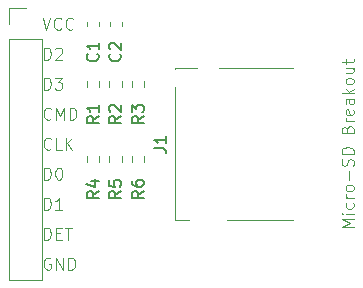
<source format=gbr>
%TF.GenerationSoftware,KiCad,Pcbnew,9.0.2+dfsg-1*%
%TF.CreationDate,2025-06-14T17:41:50+08:00*%
%TF.ProjectId,sd,73642e6b-6963-4616-945f-706362585858,rev?*%
%TF.SameCoordinates,Original*%
%TF.FileFunction,Legend,Top*%
%TF.FilePolarity,Positive*%
%FSLAX46Y46*%
G04 Gerber Fmt 4.6, Leading zero omitted, Abs format (unit mm)*
G04 Created by KiCad (PCBNEW 9.0.2+dfsg-1) date 2025-06-14 17:41:50*
%MOMM*%
%LPD*%
G01*
G04 APERTURE LIST*
%ADD10C,0.100000*%
%ADD11C,0.150000*%
%ADD12C,0.120000*%
G04 APERTURE END LIST*
D10*
X149528884Y-88087419D02*
X149528884Y-87087419D01*
X149528884Y-87087419D02*
X149766979Y-87087419D01*
X149766979Y-87087419D02*
X149909836Y-87135038D01*
X149909836Y-87135038D02*
X150005074Y-87230276D01*
X150005074Y-87230276D02*
X150052693Y-87325514D01*
X150052693Y-87325514D02*
X150100312Y-87515990D01*
X150100312Y-87515990D02*
X150100312Y-87658847D01*
X150100312Y-87658847D02*
X150052693Y-87849323D01*
X150052693Y-87849323D02*
X150005074Y-87944561D01*
X150005074Y-87944561D02*
X149909836Y-88039800D01*
X149909836Y-88039800D02*
X149766979Y-88087419D01*
X149766979Y-88087419D02*
X149528884Y-88087419D01*
X150481265Y-87182657D02*
X150528884Y-87135038D01*
X150528884Y-87135038D02*
X150624122Y-87087419D01*
X150624122Y-87087419D02*
X150862217Y-87087419D01*
X150862217Y-87087419D02*
X150957455Y-87135038D01*
X150957455Y-87135038D02*
X151005074Y-87182657D01*
X151005074Y-87182657D02*
X151052693Y-87277895D01*
X151052693Y-87277895D02*
X151052693Y-87373133D01*
X151052693Y-87373133D02*
X151005074Y-87515990D01*
X151005074Y-87515990D02*
X150433646Y-88087419D01*
X150433646Y-88087419D02*
X151052693Y-88087419D01*
X149528884Y-100787419D02*
X149528884Y-99787419D01*
X149528884Y-99787419D02*
X149766979Y-99787419D01*
X149766979Y-99787419D02*
X149909836Y-99835038D01*
X149909836Y-99835038D02*
X150005074Y-99930276D01*
X150005074Y-99930276D02*
X150052693Y-100025514D01*
X150052693Y-100025514D02*
X150100312Y-100215990D01*
X150100312Y-100215990D02*
X150100312Y-100358847D01*
X150100312Y-100358847D02*
X150052693Y-100549323D01*
X150052693Y-100549323D02*
X150005074Y-100644561D01*
X150005074Y-100644561D02*
X149909836Y-100739800D01*
X149909836Y-100739800D02*
X149766979Y-100787419D01*
X149766979Y-100787419D02*
X149528884Y-100787419D01*
X151052693Y-100787419D02*
X150481265Y-100787419D01*
X150766979Y-100787419D02*
X150766979Y-99787419D01*
X150766979Y-99787419D02*
X150671741Y-99930276D01*
X150671741Y-99930276D02*
X150576503Y-100025514D01*
X150576503Y-100025514D02*
X150481265Y-100073133D01*
X149528884Y-103327419D02*
X149528884Y-102327419D01*
X149528884Y-102327419D02*
X149766979Y-102327419D01*
X149766979Y-102327419D02*
X149909836Y-102375038D01*
X149909836Y-102375038D02*
X150005074Y-102470276D01*
X150005074Y-102470276D02*
X150052693Y-102565514D01*
X150052693Y-102565514D02*
X150100312Y-102755990D01*
X150100312Y-102755990D02*
X150100312Y-102898847D01*
X150100312Y-102898847D02*
X150052693Y-103089323D01*
X150052693Y-103089323D02*
X150005074Y-103184561D01*
X150005074Y-103184561D02*
X149909836Y-103279800D01*
X149909836Y-103279800D02*
X149766979Y-103327419D01*
X149766979Y-103327419D02*
X149528884Y-103327419D01*
X150528884Y-102803609D02*
X150862217Y-102803609D01*
X151005074Y-103327419D02*
X150528884Y-103327419D01*
X150528884Y-103327419D02*
X150528884Y-102327419D01*
X150528884Y-102327419D02*
X151005074Y-102327419D01*
X151290789Y-102327419D02*
X151862217Y-102327419D01*
X151576503Y-103327419D02*
X151576503Y-102327419D01*
X150100312Y-95612180D02*
X150052693Y-95659800D01*
X150052693Y-95659800D02*
X149909836Y-95707419D01*
X149909836Y-95707419D02*
X149814598Y-95707419D01*
X149814598Y-95707419D02*
X149671741Y-95659800D01*
X149671741Y-95659800D02*
X149576503Y-95564561D01*
X149576503Y-95564561D02*
X149528884Y-95469323D01*
X149528884Y-95469323D02*
X149481265Y-95278847D01*
X149481265Y-95278847D02*
X149481265Y-95135990D01*
X149481265Y-95135990D02*
X149528884Y-94945514D01*
X149528884Y-94945514D02*
X149576503Y-94850276D01*
X149576503Y-94850276D02*
X149671741Y-94755038D01*
X149671741Y-94755038D02*
X149814598Y-94707419D01*
X149814598Y-94707419D02*
X149909836Y-94707419D01*
X149909836Y-94707419D02*
X150052693Y-94755038D01*
X150052693Y-94755038D02*
X150100312Y-94802657D01*
X151005074Y-95707419D02*
X150528884Y-95707419D01*
X150528884Y-95707419D02*
X150528884Y-94707419D01*
X151338408Y-95707419D02*
X151338408Y-94707419D01*
X151909836Y-95707419D02*
X151481265Y-95135990D01*
X151909836Y-94707419D02*
X151338408Y-95278847D01*
X149528884Y-90627419D02*
X149528884Y-89627419D01*
X149528884Y-89627419D02*
X149766979Y-89627419D01*
X149766979Y-89627419D02*
X149909836Y-89675038D01*
X149909836Y-89675038D02*
X150005074Y-89770276D01*
X150005074Y-89770276D02*
X150052693Y-89865514D01*
X150052693Y-89865514D02*
X150100312Y-90055990D01*
X150100312Y-90055990D02*
X150100312Y-90198847D01*
X150100312Y-90198847D02*
X150052693Y-90389323D01*
X150052693Y-90389323D02*
X150005074Y-90484561D01*
X150005074Y-90484561D02*
X149909836Y-90579800D01*
X149909836Y-90579800D02*
X149766979Y-90627419D01*
X149766979Y-90627419D02*
X149528884Y-90627419D01*
X150433646Y-89627419D02*
X151052693Y-89627419D01*
X151052693Y-89627419D02*
X150719360Y-90008371D01*
X150719360Y-90008371D02*
X150862217Y-90008371D01*
X150862217Y-90008371D02*
X150957455Y-90055990D01*
X150957455Y-90055990D02*
X151005074Y-90103609D01*
X151005074Y-90103609D02*
X151052693Y-90198847D01*
X151052693Y-90198847D02*
X151052693Y-90436942D01*
X151052693Y-90436942D02*
X151005074Y-90532180D01*
X151005074Y-90532180D02*
X150957455Y-90579800D01*
X150957455Y-90579800D02*
X150862217Y-90627419D01*
X150862217Y-90627419D02*
X150576503Y-90627419D01*
X150576503Y-90627419D02*
X150481265Y-90579800D01*
X150481265Y-90579800D02*
X150433646Y-90532180D01*
X150052693Y-104915038D02*
X149957455Y-104867419D01*
X149957455Y-104867419D02*
X149814598Y-104867419D01*
X149814598Y-104867419D02*
X149671741Y-104915038D01*
X149671741Y-104915038D02*
X149576503Y-105010276D01*
X149576503Y-105010276D02*
X149528884Y-105105514D01*
X149528884Y-105105514D02*
X149481265Y-105295990D01*
X149481265Y-105295990D02*
X149481265Y-105438847D01*
X149481265Y-105438847D02*
X149528884Y-105629323D01*
X149528884Y-105629323D02*
X149576503Y-105724561D01*
X149576503Y-105724561D02*
X149671741Y-105819800D01*
X149671741Y-105819800D02*
X149814598Y-105867419D01*
X149814598Y-105867419D02*
X149909836Y-105867419D01*
X149909836Y-105867419D02*
X150052693Y-105819800D01*
X150052693Y-105819800D02*
X150100312Y-105772180D01*
X150100312Y-105772180D02*
X150100312Y-105438847D01*
X150100312Y-105438847D02*
X149909836Y-105438847D01*
X150528884Y-105867419D02*
X150528884Y-104867419D01*
X150528884Y-104867419D02*
X151100312Y-105867419D01*
X151100312Y-105867419D02*
X151100312Y-104867419D01*
X151576503Y-105867419D02*
X151576503Y-104867419D01*
X151576503Y-104867419D02*
X151814598Y-104867419D01*
X151814598Y-104867419D02*
X151957455Y-104915038D01*
X151957455Y-104915038D02*
X152052693Y-105010276D01*
X152052693Y-105010276D02*
X152100312Y-105105514D01*
X152100312Y-105105514D02*
X152147931Y-105295990D01*
X152147931Y-105295990D02*
X152147931Y-105438847D01*
X152147931Y-105438847D02*
X152100312Y-105629323D01*
X152100312Y-105629323D02*
X152052693Y-105724561D01*
X152052693Y-105724561D02*
X151957455Y-105819800D01*
X151957455Y-105819800D02*
X151814598Y-105867419D01*
X151814598Y-105867419D02*
X151576503Y-105867419D01*
X150100312Y-93072180D02*
X150052693Y-93119800D01*
X150052693Y-93119800D02*
X149909836Y-93167419D01*
X149909836Y-93167419D02*
X149814598Y-93167419D01*
X149814598Y-93167419D02*
X149671741Y-93119800D01*
X149671741Y-93119800D02*
X149576503Y-93024561D01*
X149576503Y-93024561D02*
X149528884Y-92929323D01*
X149528884Y-92929323D02*
X149481265Y-92738847D01*
X149481265Y-92738847D02*
X149481265Y-92595990D01*
X149481265Y-92595990D02*
X149528884Y-92405514D01*
X149528884Y-92405514D02*
X149576503Y-92310276D01*
X149576503Y-92310276D02*
X149671741Y-92215038D01*
X149671741Y-92215038D02*
X149814598Y-92167419D01*
X149814598Y-92167419D02*
X149909836Y-92167419D01*
X149909836Y-92167419D02*
X150052693Y-92215038D01*
X150052693Y-92215038D02*
X150100312Y-92262657D01*
X150528884Y-93167419D02*
X150528884Y-92167419D01*
X150528884Y-92167419D02*
X150862217Y-92881704D01*
X150862217Y-92881704D02*
X151195550Y-92167419D01*
X151195550Y-92167419D02*
X151195550Y-93167419D01*
X151671741Y-93167419D02*
X151671741Y-92167419D01*
X151671741Y-92167419D02*
X151909836Y-92167419D01*
X151909836Y-92167419D02*
X152052693Y-92215038D01*
X152052693Y-92215038D02*
X152147931Y-92310276D01*
X152147931Y-92310276D02*
X152195550Y-92405514D01*
X152195550Y-92405514D02*
X152243169Y-92595990D01*
X152243169Y-92595990D02*
X152243169Y-92738847D01*
X152243169Y-92738847D02*
X152195550Y-92929323D01*
X152195550Y-92929323D02*
X152147931Y-93024561D01*
X152147931Y-93024561D02*
X152052693Y-93119800D01*
X152052693Y-93119800D02*
X151909836Y-93167419D01*
X151909836Y-93167419D02*
X151671741Y-93167419D01*
X149386027Y-84547419D02*
X149719360Y-85547419D01*
X149719360Y-85547419D02*
X150052693Y-84547419D01*
X150957455Y-85452180D02*
X150909836Y-85499800D01*
X150909836Y-85499800D02*
X150766979Y-85547419D01*
X150766979Y-85547419D02*
X150671741Y-85547419D01*
X150671741Y-85547419D02*
X150528884Y-85499800D01*
X150528884Y-85499800D02*
X150433646Y-85404561D01*
X150433646Y-85404561D02*
X150386027Y-85309323D01*
X150386027Y-85309323D02*
X150338408Y-85118847D01*
X150338408Y-85118847D02*
X150338408Y-84975990D01*
X150338408Y-84975990D02*
X150386027Y-84785514D01*
X150386027Y-84785514D02*
X150433646Y-84690276D01*
X150433646Y-84690276D02*
X150528884Y-84595038D01*
X150528884Y-84595038D02*
X150671741Y-84547419D01*
X150671741Y-84547419D02*
X150766979Y-84547419D01*
X150766979Y-84547419D02*
X150909836Y-84595038D01*
X150909836Y-84595038D02*
X150957455Y-84642657D01*
X151957455Y-85452180D02*
X151909836Y-85499800D01*
X151909836Y-85499800D02*
X151766979Y-85547419D01*
X151766979Y-85547419D02*
X151671741Y-85547419D01*
X151671741Y-85547419D02*
X151528884Y-85499800D01*
X151528884Y-85499800D02*
X151433646Y-85404561D01*
X151433646Y-85404561D02*
X151386027Y-85309323D01*
X151386027Y-85309323D02*
X151338408Y-85118847D01*
X151338408Y-85118847D02*
X151338408Y-84975990D01*
X151338408Y-84975990D02*
X151386027Y-84785514D01*
X151386027Y-84785514D02*
X151433646Y-84690276D01*
X151433646Y-84690276D02*
X151528884Y-84595038D01*
X151528884Y-84595038D02*
X151671741Y-84547419D01*
X151671741Y-84547419D02*
X151766979Y-84547419D01*
X151766979Y-84547419D02*
X151909836Y-84595038D01*
X151909836Y-84595038D02*
X151957455Y-84642657D01*
X149528884Y-98247419D02*
X149528884Y-97247419D01*
X149528884Y-97247419D02*
X149766979Y-97247419D01*
X149766979Y-97247419D02*
X149909836Y-97295038D01*
X149909836Y-97295038D02*
X150005074Y-97390276D01*
X150005074Y-97390276D02*
X150052693Y-97485514D01*
X150052693Y-97485514D02*
X150100312Y-97675990D01*
X150100312Y-97675990D02*
X150100312Y-97818847D01*
X150100312Y-97818847D02*
X150052693Y-98009323D01*
X150052693Y-98009323D02*
X150005074Y-98104561D01*
X150005074Y-98104561D02*
X149909836Y-98199800D01*
X149909836Y-98199800D02*
X149766979Y-98247419D01*
X149766979Y-98247419D02*
X149528884Y-98247419D01*
X150719360Y-97247419D02*
X150814598Y-97247419D01*
X150814598Y-97247419D02*
X150909836Y-97295038D01*
X150909836Y-97295038D02*
X150957455Y-97342657D01*
X150957455Y-97342657D02*
X151005074Y-97437895D01*
X151005074Y-97437895D02*
X151052693Y-97628371D01*
X151052693Y-97628371D02*
X151052693Y-97866466D01*
X151052693Y-97866466D02*
X151005074Y-98056942D01*
X151005074Y-98056942D02*
X150957455Y-98152180D01*
X150957455Y-98152180D02*
X150909836Y-98199800D01*
X150909836Y-98199800D02*
X150814598Y-98247419D01*
X150814598Y-98247419D02*
X150719360Y-98247419D01*
X150719360Y-98247419D02*
X150624122Y-98199800D01*
X150624122Y-98199800D02*
X150576503Y-98152180D01*
X150576503Y-98152180D02*
X150528884Y-98056942D01*
X150528884Y-98056942D02*
X150481265Y-97866466D01*
X150481265Y-97866466D02*
X150481265Y-97628371D01*
X150481265Y-97628371D02*
X150528884Y-97437895D01*
X150528884Y-97437895D02*
X150576503Y-97342657D01*
X150576503Y-97342657D02*
X150624122Y-97295038D01*
X150624122Y-97295038D02*
X150719360Y-97247419D01*
X175717419Y-102273809D02*
X174717419Y-102273809D01*
X174717419Y-102273809D02*
X175431704Y-101940476D01*
X175431704Y-101940476D02*
X174717419Y-101607143D01*
X174717419Y-101607143D02*
X175717419Y-101607143D01*
X175717419Y-101130952D02*
X175050752Y-101130952D01*
X174717419Y-101130952D02*
X174765038Y-101178571D01*
X174765038Y-101178571D02*
X174812657Y-101130952D01*
X174812657Y-101130952D02*
X174765038Y-101083333D01*
X174765038Y-101083333D02*
X174717419Y-101130952D01*
X174717419Y-101130952D02*
X174812657Y-101130952D01*
X175669800Y-100226191D02*
X175717419Y-100321429D01*
X175717419Y-100321429D02*
X175717419Y-100511905D01*
X175717419Y-100511905D02*
X175669800Y-100607143D01*
X175669800Y-100607143D02*
X175622180Y-100654762D01*
X175622180Y-100654762D02*
X175526942Y-100702381D01*
X175526942Y-100702381D02*
X175241228Y-100702381D01*
X175241228Y-100702381D02*
X175145990Y-100654762D01*
X175145990Y-100654762D02*
X175098371Y-100607143D01*
X175098371Y-100607143D02*
X175050752Y-100511905D01*
X175050752Y-100511905D02*
X175050752Y-100321429D01*
X175050752Y-100321429D02*
X175098371Y-100226191D01*
X175717419Y-99797619D02*
X175050752Y-99797619D01*
X175241228Y-99797619D02*
X175145990Y-99750000D01*
X175145990Y-99750000D02*
X175098371Y-99702381D01*
X175098371Y-99702381D02*
X175050752Y-99607143D01*
X175050752Y-99607143D02*
X175050752Y-99511905D01*
X175717419Y-99035714D02*
X175669800Y-99130952D01*
X175669800Y-99130952D02*
X175622180Y-99178571D01*
X175622180Y-99178571D02*
X175526942Y-99226190D01*
X175526942Y-99226190D02*
X175241228Y-99226190D01*
X175241228Y-99226190D02*
X175145990Y-99178571D01*
X175145990Y-99178571D02*
X175098371Y-99130952D01*
X175098371Y-99130952D02*
X175050752Y-99035714D01*
X175050752Y-99035714D02*
X175050752Y-98892857D01*
X175050752Y-98892857D02*
X175098371Y-98797619D01*
X175098371Y-98797619D02*
X175145990Y-98750000D01*
X175145990Y-98750000D02*
X175241228Y-98702381D01*
X175241228Y-98702381D02*
X175526942Y-98702381D01*
X175526942Y-98702381D02*
X175622180Y-98750000D01*
X175622180Y-98750000D02*
X175669800Y-98797619D01*
X175669800Y-98797619D02*
X175717419Y-98892857D01*
X175717419Y-98892857D02*
X175717419Y-99035714D01*
X175336466Y-98273809D02*
X175336466Y-97511905D01*
X175669800Y-97083333D02*
X175717419Y-96940476D01*
X175717419Y-96940476D02*
X175717419Y-96702381D01*
X175717419Y-96702381D02*
X175669800Y-96607143D01*
X175669800Y-96607143D02*
X175622180Y-96559524D01*
X175622180Y-96559524D02*
X175526942Y-96511905D01*
X175526942Y-96511905D02*
X175431704Y-96511905D01*
X175431704Y-96511905D02*
X175336466Y-96559524D01*
X175336466Y-96559524D02*
X175288847Y-96607143D01*
X175288847Y-96607143D02*
X175241228Y-96702381D01*
X175241228Y-96702381D02*
X175193609Y-96892857D01*
X175193609Y-96892857D02*
X175145990Y-96988095D01*
X175145990Y-96988095D02*
X175098371Y-97035714D01*
X175098371Y-97035714D02*
X175003133Y-97083333D01*
X175003133Y-97083333D02*
X174907895Y-97083333D01*
X174907895Y-97083333D02*
X174812657Y-97035714D01*
X174812657Y-97035714D02*
X174765038Y-96988095D01*
X174765038Y-96988095D02*
X174717419Y-96892857D01*
X174717419Y-96892857D02*
X174717419Y-96654762D01*
X174717419Y-96654762D02*
X174765038Y-96511905D01*
X175717419Y-96083333D02*
X174717419Y-96083333D01*
X174717419Y-96083333D02*
X174717419Y-95845238D01*
X174717419Y-95845238D02*
X174765038Y-95702381D01*
X174765038Y-95702381D02*
X174860276Y-95607143D01*
X174860276Y-95607143D02*
X174955514Y-95559524D01*
X174955514Y-95559524D02*
X175145990Y-95511905D01*
X175145990Y-95511905D02*
X175288847Y-95511905D01*
X175288847Y-95511905D02*
X175479323Y-95559524D01*
X175479323Y-95559524D02*
X175574561Y-95607143D01*
X175574561Y-95607143D02*
X175669800Y-95702381D01*
X175669800Y-95702381D02*
X175717419Y-95845238D01*
X175717419Y-95845238D02*
X175717419Y-96083333D01*
X175193609Y-93988095D02*
X175241228Y-93845238D01*
X175241228Y-93845238D02*
X175288847Y-93797619D01*
X175288847Y-93797619D02*
X175384085Y-93750000D01*
X175384085Y-93750000D02*
X175526942Y-93750000D01*
X175526942Y-93750000D02*
X175622180Y-93797619D01*
X175622180Y-93797619D02*
X175669800Y-93845238D01*
X175669800Y-93845238D02*
X175717419Y-93940476D01*
X175717419Y-93940476D02*
X175717419Y-94321428D01*
X175717419Y-94321428D02*
X174717419Y-94321428D01*
X174717419Y-94321428D02*
X174717419Y-93988095D01*
X174717419Y-93988095D02*
X174765038Y-93892857D01*
X174765038Y-93892857D02*
X174812657Y-93845238D01*
X174812657Y-93845238D02*
X174907895Y-93797619D01*
X174907895Y-93797619D02*
X175003133Y-93797619D01*
X175003133Y-93797619D02*
X175098371Y-93845238D01*
X175098371Y-93845238D02*
X175145990Y-93892857D01*
X175145990Y-93892857D02*
X175193609Y-93988095D01*
X175193609Y-93988095D02*
X175193609Y-94321428D01*
X175717419Y-93321428D02*
X175050752Y-93321428D01*
X175241228Y-93321428D02*
X175145990Y-93273809D01*
X175145990Y-93273809D02*
X175098371Y-93226190D01*
X175098371Y-93226190D02*
X175050752Y-93130952D01*
X175050752Y-93130952D02*
X175050752Y-93035714D01*
X175669800Y-92321428D02*
X175717419Y-92416666D01*
X175717419Y-92416666D02*
X175717419Y-92607142D01*
X175717419Y-92607142D02*
X175669800Y-92702380D01*
X175669800Y-92702380D02*
X175574561Y-92749999D01*
X175574561Y-92749999D02*
X175193609Y-92749999D01*
X175193609Y-92749999D02*
X175098371Y-92702380D01*
X175098371Y-92702380D02*
X175050752Y-92607142D01*
X175050752Y-92607142D02*
X175050752Y-92416666D01*
X175050752Y-92416666D02*
X175098371Y-92321428D01*
X175098371Y-92321428D02*
X175193609Y-92273809D01*
X175193609Y-92273809D02*
X175288847Y-92273809D01*
X175288847Y-92273809D02*
X175384085Y-92749999D01*
X175717419Y-91416666D02*
X175193609Y-91416666D01*
X175193609Y-91416666D02*
X175098371Y-91464285D01*
X175098371Y-91464285D02*
X175050752Y-91559523D01*
X175050752Y-91559523D02*
X175050752Y-91749999D01*
X175050752Y-91749999D02*
X175098371Y-91845237D01*
X175669800Y-91416666D02*
X175717419Y-91511904D01*
X175717419Y-91511904D02*
X175717419Y-91749999D01*
X175717419Y-91749999D02*
X175669800Y-91845237D01*
X175669800Y-91845237D02*
X175574561Y-91892856D01*
X175574561Y-91892856D02*
X175479323Y-91892856D01*
X175479323Y-91892856D02*
X175384085Y-91845237D01*
X175384085Y-91845237D02*
X175336466Y-91749999D01*
X175336466Y-91749999D02*
X175336466Y-91511904D01*
X175336466Y-91511904D02*
X175288847Y-91416666D01*
X175717419Y-90940475D02*
X174717419Y-90940475D01*
X175336466Y-90845237D02*
X175717419Y-90559523D01*
X175050752Y-90559523D02*
X175431704Y-90940475D01*
X175717419Y-89988094D02*
X175669800Y-90083332D01*
X175669800Y-90083332D02*
X175622180Y-90130951D01*
X175622180Y-90130951D02*
X175526942Y-90178570D01*
X175526942Y-90178570D02*
X175241228Y-90178570D01*
X175241228Y-90178570D02*
X175145990Y-90130951D01*
X175145990Y-90130951D02*
X175098371Y-90083332D01*
X175098371Y-90083332D02*
X175050752Y-89988094D01*
X175050752Y-89988094D02*
X175050752Y-89845237D01*
X175050752Y-89845237D02*
X175098371Y-89749999D01*
X175098371Y-89749999D02*
X175145990Y-89702380D01*
X175145990Y-89702380D02*
X175241228Y-89654761D01*
X175241228Y-89654761D02*
X175526942Y-89654761D01*
X175526942Y-89654761D02*
X175622180Y-89702380D01*
X175622180Y-89702380D02*
X175669800Y-89749999D01*
X175669800Y-89749999D02*
X175717419Y-89845237D01*
X175717419Y-89845237D02*
X175717419Y-89988094D01*
X175050752Y-88797618D02*
X175717419Y-88797618D01*
X175050752Y-89226189D02*
X175574561Y-89226189D01*
X175574561Y-89226189D02*
X175669800Y-89178570D01*
X175669800Y-89178570D02*
X175717419Y-89083332D01*
X175717419Y-89083332D02*
X175717419Y-88940475D01*
X175717419Y-88940475D02*
X175669800Y-88845237D01*
X175669800Y-88845237D02*
X175622180Y-88797618D01*
X175050752Y-88464284D02*
X175050752Y-88083332D01*
X174717419Y-88321427D02*
X175574561Y-88321427D01*
X175574561Y-88321427D02*
X175669800Y-88273808D01*
X175669800Y-88273808D02*
X175717419Y-88178570D01*
X175717419Y-88178570D02*
X175717419Y-88083332D01*
D11*
X156029819Y-99226666D02*
X155553628Y-99559999D01*
X156029819Y-99798094D02*
X155029819Y-99798094D01*
X155029819Y-99798094D02*
X155029819Y-99417142D01*
X155029819Y-99417142D02*
X155077438Y-99321904D01*
X155077438Y-99321904D02*
X155125057Y-99274285D01*
X155125057Y-99274285D02*
X155220295Y-99226666D01*
X155220295Y-99226666D02*
X155363152Y-99226666D01*
X155363152Y-99226666D02*
X155458390Y-99274285D01*
X155458390Y-99274285D02*
X155506009Y-99321904D01*
X155506009Y-99321904D02*
X155553628Y-99417142D01*
X155553628Y-99417142D02*
X155553628Y-99798094D01*
X155029819Y-98321904D02*
X155029819Y-98798094D01*
X155029819Y-98798094D02*
X155506009Y-98845713D01*
X155506009Y-98845713D02*
X155458390Y-98798094D01*
X155458390Y-98798094D02*
X155410771Y-98702856D01*
X155410771Y-98702856D02*
X155410771Y-98464761D01*
X155410771Y-98464761D02*
X155458390Y-98369523D01*
X155458390Y-98369523D02*
X155506009Y-98321904D01*
X155506009Y-98321904D02*
X155601247Y-98274285D01*
X155601247Y-98274285D02*
X155839342Y-98274285D01*
X155839342Y-98274285D02*
X155934580Y-98321904D01*
X155934580Y-98321904D02*
X155982200Y-98369523D01*
X155982200Y-98369523D02*
X156029819Y-98464761D01*
X156029819Y-98464761D02*
X156029819Y-98702856D01*
X156029819Y-98702856D02*
X155982200Y-98798094D01*
X155982200Y-98798094D02*
X155934580Y-98845713D01*
X158839819Y-95583333D02*
X159554104Y-95583333D01*
X159554104Y-95583333D02*
X159696961Y-95630952D01*
X159696961Y-95630952D02*
X159792200Y-95726190D01*
X159792200Y-95726190D02*
X159839819Y-95869047D01*
X159839819Y-95869047D02*
X159839819Y-95964285D01*
X159839819Y-94583333D02*
X159839819Y-95154761D01*
X159839819Y-94869047D02*
X158839819Y-94869047D01*
X158839819Y-94869047D02*
X158982676Y-94964285D01*
X158982676Y-94964285D02*
X159077914Y-95059523D01*
X159077914Y-95059523D02*
X159125533Y-95154761D01*
X154124819Y-92876666D02*
X153648628Y-93209999D01*
X154124819Y-93448094D02*
X153124819Y-93448094D01*
X153124819Y-93448094D02*
X153124819Y-93067142D01*
X153124819Y-93067142D02*
X153172438Y-92971904D01*
X153172438Y-92971904D02*
X153220057Y-92924285D01*
X153220057Y-92924285D02*
X153315295Y-92876666D01*
X153315295Y-92876666D02*
X153458152Y-92876666D01*
X153458152Y-92876666D02*
X153553390Y-92924285D01*
X153553390Y-92924285D02*
X153601009Y-92971904D01*
X153601009Y-92971904D02*
X153648628Y-93067142D01*
X153648628Y-93067142D02*
X153648628Y-93448094D01*
X154124819Y-91924285D02*
X154124819Y-92495713D01*
X154124819Y-92209999D02*
X153124819Y-92209999D01*
X153124819Y-92209999D02*
X153267676Y-92305237D01*
X153267676Y-92305237D02*
X153362914Y-92400475D01*
X153362914Y-92400475D02*
X153410533Y-92495713D01*
X156029819Y-92876666D02*
X155553628Y-93209999D01*
X156029819Y-93448094D02*
X155029819Y-93448094D01*
X155029819Y-93448094D02*
X155029819Y-93067142D01*
X155029819Y-93067142D02*
X155077438Y-92971904D01*
X155077438Y-92971904D02*
X155125057Y-92924285D01*
X155125057Y-92924285D02*
X155220295Y-92876666D01*
X155220295Y-92876666D02*
X155363152Y-92876666D01*
X155363152Y-92876666D02*
X155458390Y-92924285D01*
X155458390Y-92924285D02*
X155506009Y-92971904D01*
X155506009Y-92971904D02*
X155553628Y-93067142D01*
X155553628Y-93067142D02*
X155553628Y-93448094D01*
X155125057Y-92495713D02*
X155077438Y-92448094D01*
X155077438Y-92448094D02*
X155029819Y-92352856D01*
X155029819Y-92352856D02*
X155029819Y-92114761D01*
X155029819Y-92114761D02*
X155077438Y-92019523D01*
X155077438Y-92019523D02*
X155125057Y-91971904D01*
X155125057Y-91971904D02*
X155220295Y-91924285D01*
X155220295Y-91924285D02*
X155315533Y-91924285D01*
X155315533Y-91924285D02*
X155458390Y-91971904D01*
X155458390Y-91971904D02*
X156029819Y-92543332D01*
X156029819Y-92543332D02*
X156029819Y-91924285D01*
X157934819Y-99226666D02*
X157458628Y-99559999D01*
X157934819Y-99798094D02*
X156934819Y-99798094D01*
X156934819Y-99798094D02*
X156934819Y-99417142D01*
X156934819Y-99417142D02*
X156982438Y-99321904D01*
X156982438Y-99321904D02*
X157030057Y-99274285D01*
X157030057Y-99274285D02*
X157125295Y-99226666D01*
X157125295Y-99226666D02*
X157268152Y-99226666D01*
X157268152Y-99226666D02*
X157363390Y-99274285D01*
X157363390Y-99274285D02*
X157411009Y-99321904D01*
X157411009Y-99321904D02*
X157458628Y-99417142D01*
X157458628Y-99417142D02*
X157458628Y-99798094D01*
X156934819Y-98369523D02*
X156934819Y-98559999D01*
X156934819Y-98559999D02*
X156982438Y-98655237D01*
X156982438Y-98655237D02*
X157030057Y-98702856D01*
X157030057Y-98702856D02*
X157172914Y-98798094D01*
X157172914Y-98798094D02*
X157363390Y-98845713D01*
X157363390Y-98845713D02*
X157744342Y-98845713D01*
X157744342Y-98845713D02*
X157839580Y-98798094D01*
X157839580Y-98798094D02*
X157887200Y-98750475D01*
X157887200Y-98750475D02*
X157934819Y-98655237D01*
X157934819Y-98655237D02*
X157934819Y-98464761D01*
X157934819Y-98464761D02*
X157887200Y-98369523D01*
X157887200Y-98369523D02*
X157839580Y-98321904D01*
X157839580Y-98321904D02*
X157744342Y-98274285D01*
X157744342Y-98274285D02*
X157506247Y-98274285D01*
X157506247Y-98274285D02*
X157411009Y-98321904D01*
X157411009Y-98321904D02*
X157363390Y-98369523D01*
X157363390Y-98369523D02*
X157315771Y-98464761D01*
X157315771Y-98464761D02*
X157315771Y-98655237D01*
X157315771Y-98655237D02*
X157363390Y-98750475D01*
X157363390Y-98750475D02*
X157411009Y-98798094D01*
X157411009Y-98798094D02*
X157506247Y-98845713D01*
X154124819Y-99226666D02*
X153648628Y-99559999D01*
X154124819Y-99798094D02*
X153124819Y-99798094D01*
X153124819Y-99798094D02*
X153124819Y-99417142D01*
X153124819Y-99417142D02*
X153172438Y-99321904D01*
X153172438Y-99321904D02*
X153220057Y-99274285D01*
X153220057Y-99274285D02*
X153315295Y-99226666D01*
X153315295Y-99226666D02*
X153458152Y-99226666D01*
X153458152Y-99226666D02*
X153553390Y-99274285D01*
X153553390Y-99274285D02*
X153601009Y-99321904D01*
X153601009Y-99321904D02*
X153648628Y-99417142D01*
X153648628Y-99417142D02*
X153648628Y-99798094D01*
X153458152Y-98369523D02*
X154124819Y-98369523D01*
X153077200Y-98607618D02*
X153791485Y-98845713D01*
X153791485Y-98845713D02*
X153791485Y-98226666D01*
X154029580Y-87601541D02*
X154077200Y-87649160D01*
X154077200Y-87649160D02*
X154124819Y-87792017D01*
X154124819Y-87792017D02*
X154124819Y-87887255D01*
X154124819Y-87887255D02*
X154077200Y-88030112D01*
X154077200Y-88030112D02*
X153981961Y-88125350D01*
X153981961Y-88125350D02*
X153886723Y-88172969D01*
X153886723Y-88172969D02*
X153696247Y-88220588D01*
X153696247Y-88220588D02*
X153553390Y-88220588D01*
X153553390Y-88220588D02*
X153362914Y-88172969D01*
X153362914Y-88172969D02*
X153267676Y-88125350D01*
X153267676Y-88125350D02*
X153172438Y-88030112D01*
X153172438Y-88030112D02*
X153124819Y-87887255D01*
X153124819Y-87887255D02*
X153124819Y-87792017D01*
X153124819Y-87792017D02*
X153172438Y-87649160D01*
X153172438Y-87649160D02*
X153220057Y-87601541D01*
X154124819Y-86649160D02*
X154124819Y-87220588D01*
X154124819Y-86934874D02*
X153124819Y-86934874D01*
X153124819Y-86934874D02*
X153267676Y-87030112D01*
X153267676Y-87030112D02*
X153362914Y-87125350D01*
X153362914Y-87125350D02*
X153410533Y-87220588D01*
X157934819Y-92876666D02*
X157458628Y-93209999D01*
X157934819Y-93448094D02*
X156934819Y-93448094D01*
X156934819Y-93448094D02*
X156934819Y-93067142D01*
X156934819Y-93067142D02*
X156982438Y-92971904D01*
X156982438Y-92971904D02*
X157030057Y-92924285D01*
X157030057Y-92924285D02*
X157125295Y-92876666D01*
X157125295Y-92876666D02*
X157268152Y-92876666D01*
X157268152Y-92876666D02*
X157363390Y-92924285D01*
X157363390Y-92924285D02*
X157411009Y-92971904D01*
X157411009Y-92971904D02*
X157458628Y-93067142D01*
X157458628Y-93067142D02*
X157458628Y-93448094D01*
X156934819Y-92543332D02*
X156934819Y-91924285D01*
X156934819Y-91924285D02*
X157315771Y-92257618D01*
X157315771Y-92257618D02*
X157315771Y-92114761D01*
X157315771Y-92114761D02*
X157363390Y-92019523D01*
X157363390Y-92019523D02*
X157411009Y-91971904D01*
X157411009Y-91971904D02*
X157506247Y-91924285D01*
X157506247Y-91924285D02*
X157744342Y-91924285D01*
X157744342Y-91924285D02*
X157839580Y-91971904D01*
X157839580Y-91971904D02*
X157887200Y-92019523D01*
X157887200Y-92019523D02*
X157934819Y-92114761D01*
X157934819Y-92114761D02*
X157934819Y-92400475D01*
X157934819Y-92400475D02*
X157887200Y-92495713D01*
X157887200Y-92495713D02*
X157839580Y-92543332D01*
X155934580Y-87601541D02*
X155982200Y-87649160D01*
X155982200Y-87649160D02*
X156029819Y-87792017D01*
X156029819Y-87792017D02*
X156029819Y-87887255D01*
X156029819Y-87887255D02*
X155982200Y-88030112D01*
X155982200Y-88030112D02*
X155886961Y-88125350D01*
X155886961Y-88125350D02*
X155791723Y-88172969D01*
X155791723Y-88172969D02*
X155601247Y-88220588D01*
X155601247Y-88220588D02*
X155458390Y-88220588D01*
X155458390Y-88220588D02*
X155267914Y-88172969D01*
X155267914Y-88172969D02*
X155172676Y-88125350D01*
X155172676Y-88125350D02*
X155077438Y-88030112D01*
X155077438Y-88030112D02*
X155029819Y-87887255D01*
X155029819Y-87887255D02*
X155029819Y-87792017D01*
X155029819Y-87792017D02*
X155077438Y-87649160D01*
X155077438Y-87649160D02*
X155125057Y-87601541D01*
X155125057Y-87220588D02*
X155077438Y-87172969D01*
X155077438Y-87172969D02*
X155029819Y-87077731D01*
X155029819Y-87077731D02*
X155029819Y-86839636D01*
X155029819Y-86839636D02*
X155077438Y-86744398D01*
X155077438Y-86744398D02*
X155125057Y-86696779D01*
X155125057Y-86696779D02*
X155220295Y-86649160D01*
X155220295Y-86649160D02*
X155315533Y-86649160D01*
X155315533Y-86649160D02*
X155458390Y-86696779D01*
X155458390Y-86696779D02*
X156029819Y-87268207D01*
X156029819Y-87268207D02*
X156029819Y-86649160D01*
D12*
%TO.C,R5*%
X155052500Y-96282742D02*
X155052500Y-96757258D01*
X156097500Y-96282742D02*
X156097500Y-96757258D01*
%TO.C,J1*%
X160622500Y-88795000D02*
X162432500Y-88795000D01*
X160622500Y-88905000D02*
X160622500Y-88795000D01*
X160622500Y-101665000D02*
X160622500Y-90405000D01*
X161782500Y-101665000D02*
X160622500Y-101665000D01*
X164332500Y-88795000D02*
X170632500Y-88795000D01*
X165032500Y-101665000D02*
X170632500Y-101665000D01*
%TO.C,R1*%
X153147500Y-89932742D02*
X153147500Y-90407258D01*
X154192500Y-89932742D02*
X154192500Y-90407258D01*
%TO.C,R2*%
X155052500Y-89932742D02*
X155052500Y-90407258D01*
X156097500Y-89932742D02*
X156097500Y-90407258D01*
%TO.C,J2*%
X146575000Y-83710000D02*
X147955000Y-83710000D01*
X146575000Y-85090000D02*
X146575000Y-83710000D01*
X146575000Y-86360000D02*
X146575000Y-106790000D01*
X146575000Y-86360000D02*
X149335000Y-86360000D01*
X146575000Y-106790000D02*
X149335000Y-106790000D01*
X149335000Y-86360000D02*
X149335000Y-106790000D01*
%TO.C,R6*%
X156957500Y-96282742D02*
X156957500Y-96757258D01*
X158002500Y-96282742D02*
X158002500Y-96757258D01*
%TO.C,R4*%
X153147500Y-96282742D02*
X153147500Y-96757258D01*
X154192500Y-96282742D02*
X154192500Y-96757258D01*
%TO.C,C1*%
X153160000Y-85230580D02*
X153160000Y-84949420D01*
X154180000Y-85230580D02*
X154180000Y-84949420D01*
%TO.C,R3*%
X156957500Y-89932742D02*
X156957500Y-90407258D01*
X158002500Y-89932742D02*
X158002500Y-90407258D01*
%TO.C,C2*%
X155065000Y-85230580D02*
X155065000Y-84949420D01*
X156085000Y-85230580D02*
X156085000Y-84949420D01*
%TD*%
M02*

</source>
